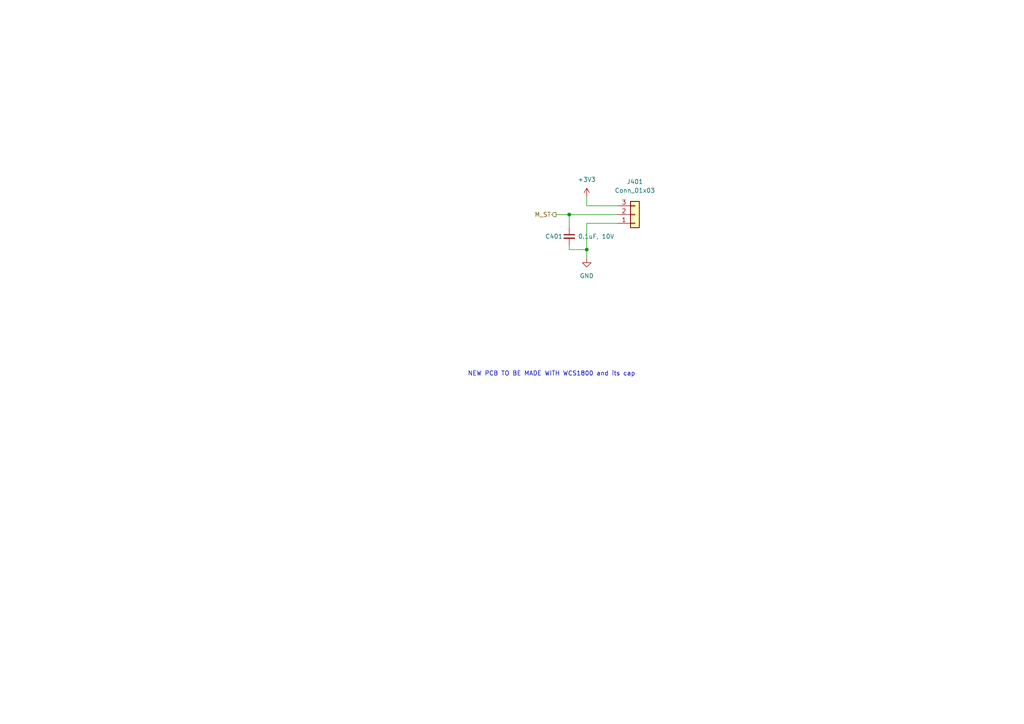
<source format=kicad_sch>
(kicad_sch (version 20211123) (generator eeschema)
  (paper "A4")
  (title_block (title "varun_rx") (date "2022-08-05") (rev "0.2") (company "DYULABS PRIVATE LIMITED") (comment 1 "SMA connector") (comment 2 "Proto v0.2") (comment 3 "varun_nr_at826_rx") (comment 4 "Hitesh Joshi"))
  (lib_symbols
    (symbol "Connector_Generic:Conn_01x03" (pin_names (offset 1.016) hide)
      (property "Reference" "J" (at 0 5.08 0))
      (property "Value" "Conn_01x03" (at 0 -5.08 0))
      (symbol "Conn_01x03_1_1"
        (rectangle (start -1.27 -2.413) (end 0 -2.667) (stroke (width 0.1524)))
        (rectangle (start -1.27 0.127) (end 0 -0.127) (stroke (width 0.1524)))
        (rectangle (start -1.27 2.667) (end 0 2.413) (stroke (width 0.1524)))
        (rectangle (start -1.27 3.81) (end 1.27 -3.81) (stroke (width 0.254)) (fill (type background)))
        (pin passive line (at -5.08 2.54 0) (length 3.81) (name "Pin_1") (number "1"))
        (pin passive line (at -5.08 0 0) (length 3.81) (name "Pin_2") (number "2"))
        (pin passive line (at -5.08 -2.54 0) (length 3.81) (name "Pin_3") (number "3"))
      )
    )
    (symbol "DYULIBS_SYMBOL:GND" (power) (pin_names (offset 0))
      (property "Value" "GND" (at 0 -3.81 0))
      (symbol "GND_0_1"
        (polyline (pts (xy 0 0) (xy 0 -1.27) (xy 1.27 -1.27) (xy 0 -2.54) (xy -1.27 -1.27) (xy 0 -1.27)))
      )
      (symbol "GND_1_1"
        (pin power_in line (at 0 0 270) (length 0) hide (name "GND") (number "1"))
      )
    )
    (symbol "Device:C_Small" (pin_numbers hide) (pin_names (offset 0.254) hide)
      (property "Reference" "C" (at 0.254 1.778 0))
      (property "Value" "C_Small" (at 0.254 -2.032 0))
      (symbol "C_Small_0_1"
        (polyline (pts (xy -1.524 -0.508) (xy 1.524 -0.508)) (stroke (width 0.3302)))
        (polyline (pts (xy -1.524 0.508) (xy 1.524 0.508)) (stroke (width 0.3048)))
      )
      (symbol "C_Small_1_1"
        (pin passive line (at 0 2.54 270) (length 2.032) (name "~") (number "1"))
        (pin passive line (at 0 -2.54 90) (length 2.032) (name "~") (number "2"))
      )
    )
    (symbol "power:+3.3V" (power) (pin_names (offset 0))
      (property "Value" "+3.3V" (at 0 3.556 0))
      (symbol "+3.3V_0_1"
        (polyline (pts (xy -0.762 1.27) (xy 0 2.54)))
        (polyline (pts (xy 0 0) (xy 0 2.54)))
        (polyline (pts (xy 0 2.54) (xy 0.762 1.27)))
      )
      (symbol "+3.3V_1_1"
        (pin power_in line (at 0 0 90) (length 0) hide (name "+3V3") (number "1"))
      )
    )
  )
  (junction (at 170.18 72.39))
  (junction (at 165.1 62.23))
  (wire (pts (xy 170.18 59.69) (xy 179.07 59.69)))
  (wire (pts (xy 170.18 64.77) (xy 170.18 72.39)))
  (wire (pts (xy 165.1 62.23) (xy 179.07 62.23)))
  (wire (pts (xy 165.1 71.12) (xy 165.1 72.39)))
  (wire (pts (xy 170.18 57.15) (xy 170.18 59.69)))
  (wire (pts (xy 165.1 72.39) (xy 170.18 72.39)))
  (wire (pts (xy 170.18 72.39) (xy 170.18 74.93)))
  (wire (pts (xy 170.18 64.77) (xy 179.07 64.77)))
  (wire (pts (xy 165.1 62.23) (xy 165.1 66.04)))
  (wire (pts (xy 161.29 62.23) (xy 165.1 62.23)))
  (text "NEW PCB TO BE MADE WITH WCS1800 and its cap" (at 135.636 109.22 0) (effects (font (size 1.27 1.27)) (justify left bottom)))
  (hierarchical_label "M_ST" (shape output) (at 161.29 62.23 180))
  (symbol (lib_id "DYULIBS_SYMBOL:GND") (at 170.18 74.93 0) (unit 1)
    (property "Reference" "#PWR0402" (effects hide))
    (property "Value" "GND" (at 170.18 80.01 0))
  )
  (symbol (lib_id "power:+3.3V") (at 170.18 57.15 0) (unit 1)
    (property "Reference" "#PWR0401" (effects hide))
    (property "Value" "+3.3V" (at 170.18 52.07 0))
  )
  (symbol (lib_id "Device:C_Small") (at 165.1 68.58 0) (unit 1)
    (property "Reference" "C401" (at 158.115 68.58 0) (effects (justify left)))
    (property "Value" "0.1uF, 10V" (at 167.64 68.58 0) (effects (justify left)))
    (property "Footprint" "Capacitor_SMD:C_0402_1005Metric" (effects hide))
    (property "MFPN" "0402ZD104KAT4A" (effects hide))
    (property "Config" "+m,+a" (effects hide))
    (property "Distributor" "Mouser" (effects hide))
    (property "Manufacturer" "AVX" (effects hide))
  )
  (symbol (lib_id "Connector_Generic:Conn_01x03") (at 184.15 62.23 0) (mirror x) (unit 1)
    (property "Reference" "J401" (at 184.15 52.705 0))
    (property "Value" "Conn_01x03" (at 184.15 55.245 0))
    (property "Footprint" "Connector_JST:JST_PH_B3B-PH-K_1x03_P2.00mm_Vertical" (effects hide))
    (property "MFPN" "B3B-PH-KS" (effects hide))
    (property "Manufacturer" "JST" (effects hide))
    (property "Config" "+a,+du" (effects hide))
    (property "Distributor" "Generic" (effects hide))
  )
)
</source>
